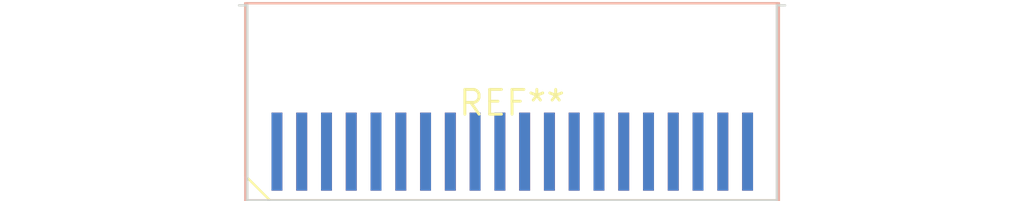
<source format=kicad_pcb>
(kicad_pcb (version 20240108) (generator pcbnew)
  (layers (0 "F.Cu" signal) (31 "B.Cu" signal) (34 "B.Paste" user) (35 "F.Paste" user) (36 "B.SilkS" user "B.Silkscreen") (37 "F.SilkS" user "F.Silkscreen") (38 "B.Mask" user) (39 "F.Mask" user) (44 "Edge.Cuts" user))
  (net 0 "")
  (footprint "Samtec_MECF-20-0_-NP-L-DV_2x20_P1.27mm_Edge" (layer "F.Cu") (at 0 0)
    (property "Reference" "REF**")
    (property "Value" "Samtec_MECF-20-0_-NP-L-DV_2x20_P1.27mm_Edge")
    (fp_line (start -13.68 -5.11) (end 13.68 -5.11) (layer "B.SilkS") (stroke (width 0.12)))
    (fp_line (start -13.68 5) (end -13.68 -5.11) (layer "B.SilkS") (stroke (width 0.12)))
    (fp_line (start -13.68 5) (end 13.68 5) (layer "B.SilkS") (stroke (width 0.12)))
    (fp_line (start 13.68 5) (end 13.68 -5.11) (layer "B.SilkS") (stroke (width 0.12)))
    (fp_line (start -13.68 -5.11) (end 13.68 -5.11) (layer "F.SilkS") (stroke (width 0.12)))
    (fp_line (start -13.68 3.73) (end -13.68 -5.11) (layer "F.SilkS") (stroke (width 0.12)))
    (fp_line (start -12.41 5) (end -13.68 3.73) (layer "F.SilkS") (stroke (width 0.12)))
    (fp_line (start -12.41 5) (end 13.68 5) (layer "F.SilkS") (stroke (width 0.12)))
    (fp_line (start 13.68 5) (end 13.68 -5.11) (layer "F.SilkS") (stroke (width 0.12)))
    (fp_line (start -14 -5) (end -13.575 -5) (layer "Edge.Cuts") (stroke (width 0.12)))
    (fp_line (start -13.575 5) (end -13.575 -5) (layer "Edge.Cuts") (stroke (width 0.12)))
    (fp_line (start -13.575 5) (end 13.575 5) (layer "Edge.Cuts") (stroke (width 0.12)))
    (fp_line (start 13.575 5) (end 13.575 -5) (layer "Edge.Cuts") (stroke (width 0.12)))
    (fp_line (start 14 -5) (end 13.575 -5) (layer "Edge.Cuts") (stroke (width 0.12)))
    (pad "1" connect rect (at -12.055 2.5) (size 0.56 4) (layers "F.Cu" "F.Mask"))
    (pad "2" connect rect (at -12.055 2.5) (size 0.56 4) (layers "B.Cu" "B.Mask"))
    (pad "3" connect rect (at -10.785 2.5) (size 0.56 4) (layers "F.Cu" "F.Mask"))
    (pad "4" connect rect (at -10.785 2.5) (size 0.56 4) (layers "B.Cu" "B.Mask"))
    (pad "5" connect rect (at -9.515 2.5) (size 0.56 4) (layers "F.Cu" "F.Mask"))
    (pad "6" connect rect (at -9.515 2.5) (size 0.56 4) (layers "B.Cu" "B.Mask"))
    (pad "7" connect rect (at -8.245 2.5) (size 0.56 4) (layers "F.Cu" "F.Mask"))
    (pad "8" connect rect (at -8.245 2.5) (size 0.56 4) (layers "B.Cu" "B.Mask"))
    (pad "9" connect rect (at -6.975 2.5) (size 0.56 4) (layers "F.Cu" "F.Mask"))
    (pad "10" connect rect (at -6.975 2.5) (size 0.56 4) (layers "B.Cu" "B.Mask"))
    (pad "11" connect rect (at -5.705 2.5) (size 0.56 4) (layers "F.Cu" "F.Mask"))
    (pad "12" connect rect (at -5.705 2.5) (size 0.56 4) (layers "B.Cu" "B.Mask"))
    (pad "13" connect rect (at -4.435 2.5) (size 0.56 4) (layers "F.Cu" "F.Mask"))
    (pad "14" connect rect (at -4.435 2.5) (size 0.56 4) (layers "B.Cu" "B.Mask"))
    (pad "15" connect rect (at -3.165 2.5) (size 0.56 4) (layers "F.Cu" "F.Mask"))
    (pad "16" connect rect (at -3.165 2.5) (size 0.56 4) (layers "B.Cu" "B.Mask"))
    (pad "17" connect rect (at -1.895 2.5) (size 0.56 4) (layers "F.Cu" "F.Mask"))
    (pad "18" connect rect (at -1.895 2.5) (size 0.56 4) (layers "B.Cu" "B.Mask"))
    (pad "19" connect rect (at -0.625 2.5) (size 0.56 4) (layers "F.Cu" "F.Mask"))
    (pad "20" connect rect (at -0.625 2.5) (size 0.56 4) (layers "B.Cu" "B.Mask"))
    (pad "21" connect rect (at 0.645 2.5) (size 0.56 4) (layers "F.Cu" "F.Mask"))
    (pad "22" connect rect (at 0.645 2.5) (size 0.56 4) (layers "B.Cu" "B.Mask"))
    (pad "23" connect rect (at 1.915 2.5) (size 0.56 4) (layers "F.Cu" "F.Mask"))
    (pad "24" connect rect (at 1.915 2.5) (size 0.56 4) (layers "B.Cu" "B.Mask"))
    (pad "25" connect rect (at 3.185 2.5) (size 0.56 4) (layers "F.Cu" "F.Mask"))
    (pad "26" connect rect (at 3.185 2.5) (size 0.56 4) (layers "B.Cu" "B.Mask"))
    (pad "27" connect rect (at 4.455 2.5) (size 0.56 4) (layers "F.Cu" "F.Mask"))
    (pad "28" connect rect (at 4.455 2.5) (size 0.56 4) (layers "B.Cu" "B.Mask"))
    (pad "29" connect rect (at 5.725 2.5) (size 0.56 4) (layers "F.Cu" "F.Mask"))
    (pad "30" connect rect (at 5.725 2.5) (size 0.56 4) (layers "B.Cu" "B.Mask"))
    (pad "31" connect rect (at 6.995 2.5) (size 0.56 4) (layers "F.Cu" "F.Mask"))
    (pad "32" connect rect (at 6.995 2.5) (size 0.56 4) (layers "B.Cu" "B.Mask"))
    (pad "33" connect rect (at 8.265 2.5) (size 0.56 4) (layers "F.Cu" "F.Mask"))
    (pad "34" connect rect (at 8.265 2.5) (size 0.56 4) (layers "B.Cu" "B.Mask"))
    (pad "35" connect rect (at 9.535 2.5) (size 0.56 4) (layers "F.Cu" "F.Mask"))
    (pad "36" connect rect (at 9.535 2.5) (size 0.56 4) (layers "B.Cu" "B.Mask"))
    (pad "37" connect rect (at 10.805 2.5) (size 0.56 4) (layers "F.Cu" "F.Mask"))
    (pad "38" connect rect (at 10.805 2.5) (size 0.56 4) (layers "B.Cu" "B.Mask"))
    (pad "39" connect rect (at 12.075 2.5) (size 0.56 4) (layers "F.Cu" "F.Mask"))
    (pad "40" connect rect (at 12.075 2.5) (size 0.56 4) (layers "B.Cu" "B.Mask"))
  )
)
</source>
